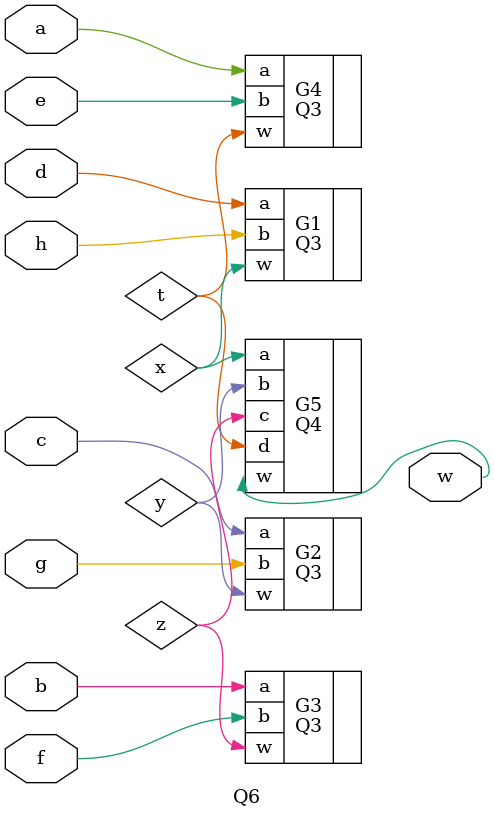
<source format=sv>
 `timescale 1ns/1ns
module Q6(input a,b,c,d,e,f,g,h,output w);
  wire x,y,z,t;
  //XOR Gates
  Q3 G1(.a(d),.b(h),.w(x));
  Q3 G2(.a(c),.b(g),.w(y));
  Q3 G3(.a(b),.b(f),.w(z));
  Q3 G4(.a(a),.b(e),.w(t));
  // NOR Gate
  Q4 G5 (.a(x),.b(y),.c(z),.d(t),.w(w));
endmodule
</source>
